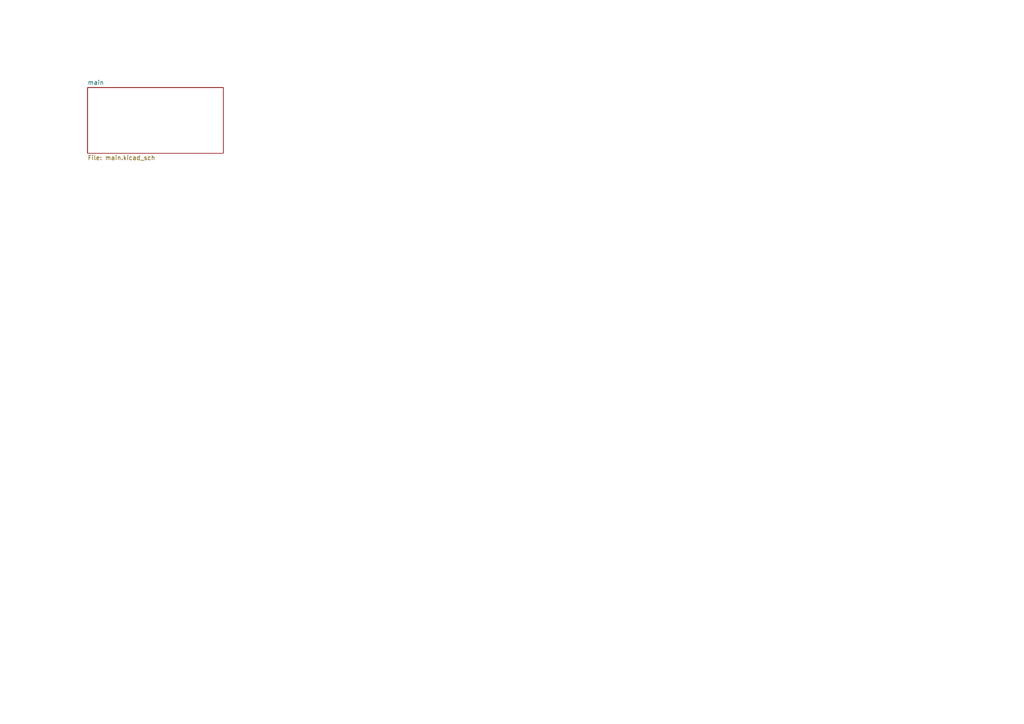
<source format=kicad_sch>
(kicad_sch
	(version 20250114)
	(generator "eeschema")
	(generator_version "9.0")
	(uuid "1ee121e3-f00f-41e9-9f71-839fc9072ed1")
	(paper "A4")
	(lib_symbols)
	(sheet
		(at 25.4 25.4)
		(size 39.37 19.05)
		(exclude_from_sim no)
		(in_bom yes)
		(on_board yes)
		(dnp no)
		(fields_autoplaced yes)
		(stroke
			(width 0.1524)
			(type solid)
		)
		(fill
			(color 0 0 0 0.0000)
		)
		(uuid "1c3e6d0c-0655-4cbd-ac01-be204861f2c1")
		(property "Sheetname" "main"
			(at 25.4 24.6884 0)
			(effects
				(font
					(size 1.27 1.27)
				)
				(justify left bottom)
			)
		)
		(property "Sheetfile" "main.kicad_sch"
			(at 25.4 45.0346 0)
			(effects
				(font
					(size 1.27 1.27)
				)
				(justify left top)
			)
		)
		(instances
			(project "OptiTrackMarker2_v2"
				(path "/1ee121e3-f00f-41e9-9f71-839fc9072ed1"
					(page "2")
				)
			)
		)
	)
	(sheet_instances
		(path "/"
			(page "1")
		)
	)
	(embedded_fonts no)
)

</source>
